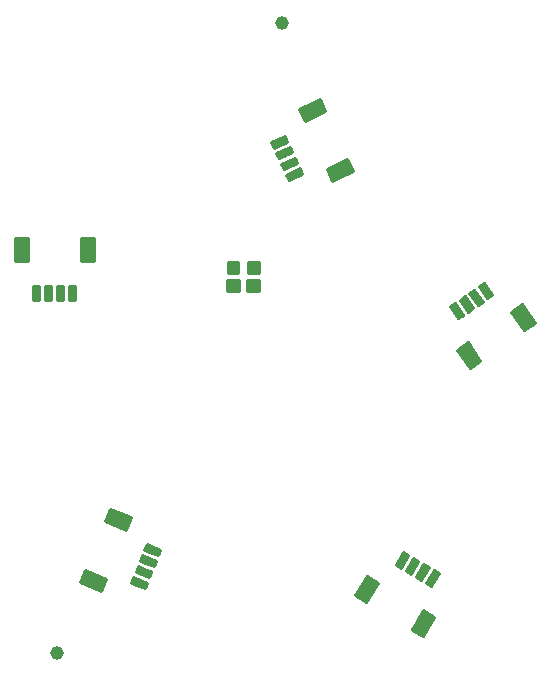
<source format=gts>
G04 EAGLE Gerber RS-274X export*
G75*
%MOMM*%
%FSLAX34Y34*%
%LPD*%
%INSoldermask Top*%
%IPPOS*%
%AMOC8*
5,1,8,0,0,1.08239X$1,22.5*%
G01*
%ADD10C,0.243431*%
%ADD11C,0.255816*%
%ADD12C,0.449434*%
%ADD13C,0.253525*%
%ADD14C,1.152400*%


D10*
X180052Y149863D02*
X184189Y160152D01*
X201900Y153031D01*
X197763Y142742D01*
X180052Y149863D01*
X192013Y145054D02*
X198693Y145054D01*
X199622Y147366D02*
X186262Y147366D01*
X180512Y149678D02*
X200552Y149678D01*
X201481Y151990D02*
X180907Y151990D01*
X181837Y154302D02*
X198739Y154302D01*
X192989Y156614D02*
X182766Y156614D01*
X183696Y158926D02*
X187238Y158926D01*
X163301Y108193D02*
X159164Y97904D01*
X163301Y108193D02*
X181012Y101072D01*
X176875Y90783D01*
X159164Y97904D01*
X171125Y93095D02*
X177805Y93095D01*
X178734Y95407D02*
X165374Y95407D01*
X159624Y97719D02*
X179664Y97719D01*
X180593Y100031D02*
X160019Y100031D01*
X160949Y102343D02*
X177851Y102343D01*
X172101Y104655D02*
X161878Y104655D01*
X162808Y106967D02*
X166350Y106967D01*
D11*
X213516Y125699D02*
X215368Y130306D01*
X226934Y125657D01*
X225082Y121050D01*
X213516Y125699D01*
X219037Y123480D02*
X226059Y123480D01*
X226305Y125910D02*
X213601Y125910D01*
X214578Y128340D02*
X220259Y128340D01*
X211638Y121027D02*
X209786Y116420D01*
X211638Y121027D02*
X223204Y116378D01*
X221352Y111771D01*
X209786Y116420D01*
X215307Y114201D02*
X222329Y114201D01*
X222575Y116631D02*
X209871Y116631D01*
X210848Y119061D02*
X216529Y119061D01*
X207908Y111749D02*
X206056Y107142D01*
X207908Y111749D02*
X219474Y107100D01*
X217622Y102493D01*
X206056Y107142D01*
X211577Y104923D02*
X218599Y104923D01*
X218845Y107353D02*
X206141Y107353D01*
X207118Y109783D02*
X212799Y109783D01*
X204178Y102470D02*
X202326Y97863D01*
X204178Y102470D02*
X215744Y97821D01*
X213892Y93214D01*
X202326Y97863D01*
X207847Y95644D02*
X214869Y95644D01*
X215115Y98074D02*
X202411Y98074D01*
X203388Y100504D02*
X209069Y100504D01*
D10*
X391864Y86907D02*
X401360Y81178D01*
X391864Y86907D02*
X401724Y103252D01*
X411220Y97523D01*
X401360Y81178D01*
X402755Y83490D02*
X397528Y83490D01*
X393696Y85802D02*
X404149Y85802D01*
X405544Y88114D02*
X392592Y88114D01*
X393987Y90426D02*
X406939Y90426D01*
X408333Y92738D02*
X395382Y92738D01*
X396776Y95050D02*
X409728Y95050D01*
X411123Y97362D02*
X398171Y97362D01*
X399566Y99674D02*
X407655Y99674D01*
X403822Y101986D02*
X400960Y101986D01*
X439815Y57981D02*
X449311Y52252D01*
X439815Y57981D02*
X449675Y74326D01*
X459171Y68597D01*
X449311Y52252D01*
X450706Y54564D02*
X445479Y54564D01*
X441647Y56876D02*
X452100Y56876D01*
X453495Y59188D02*
X440543Y59188D01*
X441938Y61500D02*
X454890Y61500D01*
X456284Y63812D02*
X443333Y63812D01*
X444727Y66124D02*
X457679Y66124D01*
X459074Y68436D02*
X446122Y68436D01*
X447517Y70748D02*
X455606Y70748D01*
X451773Y73060D02*
X448911Y73060D01*
D11*
X430563Y110349D02*
X426311Y112914D01*
X432749Y123587D01*
X437001Y121022D01*
X430563Y110349D01*
X432029Y112779D02*
X426535Y112779D01*
X427695Y115209D02*
X433495Y115209D01*
X434960Y117639D02*
X429161Y117639D01*
X430627Y120069D02*
X436426Y120069D01*
X434553Y122499D02*
X432093Y122499D01*
X434874Y107749D02*
X439126Y105184D01*
X434874Y107749D02*
X441312Y118422D01*
X445564Y115857D01*
X439126Y105184D01*
X440592Y107614D02*
X435098Y107614D01*
X436258Y110044D02*
X442058Y110044D01*
X443523Y112474D02*
X437724Y112474D01*
X439190Y114904D02*
X444989Y114904D01*
X443116Y117334D02*
X440656Y117334D01*
X443436Y102583D02*
X447688Y100018D01*
X443436Y102583D02*
X449874Y113256D01*
X454126Y110691D01*
X447688Y100018D01*
X449154Y102448D02*
X443660Y102448D01*
X444820Y104878D02*
X450620Y104878D01*
X452085Y107308D02*
X446286Y107308D01*
X447752Y109738D02*
X453551Y109738D01*
X451678Y112168D02*
X449218Y112168D01*
X451999Y97418D02*
X456251Y94853D01*
X451999Y97418D02*
X458437Y108091D01*
X462689Y105526D01*
X456251Y94853D01*
X457717Y97283D02*
X452223Y97283D01*
X453383Y99713D02*
X459183Y99713D01*
X460648Y102143D02*
X454849Y102143D01*
X456315Y104573D02*
X462114Y104573D01*
X460241Y107003D02*
X457781Y107003D01*
D10*
X488995Y279392D02*
X498113Y285706D01*
X488995Y279392D02*
X478129Y295086D01*
X487247Y301400D01*
X498113Y285706D01*
X492334Y281704D02*
X487394Y281704D01*
X485793Y284016D02*
X495672Y284016D01*
X497682Y286328D02*
X484193Y286328D01*
X482592Y288640D02*
X496082Y288640D01*
X494481Y290952D02*
X480991Y290952D01*
X479390Y293264D02*
X492880Y293264D01*
X491279Y295576D02*
X478837Y295576D01*
X482175Y297888D02*
X489679Y297888D01*
X488078Y300200D02*
X485514Y300200D01*
X535035Y311272D02*
X544153Y317586D01*
X535035Y311272D02*
X524169Y326966D01*
X533287Y333280D01*
X544153Y317586D01*
X538374Y313584D02*
X533434Y313584D01*
X531833Y315896D02*
X541712Y315896D01*
X543722Y318208D02*
X530233Y318208D01*
X528632Y320520D02*
X542122Y320520D01*
X540521Y322832D02*
X527031Y322832D01*
X525430Y325144D02*
X538920Y325144D01*
X537319Y327456D02*
X524877Y327456D01*
X528215Y329768D02*
X535719Y329768D01*
X534118Y332080D02*
X531554Y332080D01*
D11*
X483477Y324301D02*
X479394Y321474D01*
X472299Y331721D01*
X476382Y334548D01*
X483477Y324301D01*
X482904Y323904D02*
X477711Y323904D01*
X476029Y326334D02*
X482069Y326334D01*
X480387Y328764D02*
X474346Y328764D01*
X472664Y331194D02*
X478704Y331194D01*
X477022Y333624D02*
X475047Y333624D01*
X487615Y327167D02*
X491698Y329994D01*
X487615Y327167D02*
X480520Y337414D01*
X484603Y340241D01*
X491698Y329994D01*
X491125Y329597D02*
X485932Y329597D01*
X484250Y332027D02*
X490290Y332027D01*
X488608Y334457D02*
X482567Y334457D01*
X480885Y336887D02*
X486925Y336887D01*
X485243Y339317D02*
X483268Y339317D01*
X495837Y332859D02*
X499920Y335686D01*
X495837Y332859D02*
X488742Y343106D01*
X492825Y345933D01*
X499920Y335686D01*
X499347Y335289D02*
X494154Y335289D01*
X492472Y337719D02*
X498512Y337719D01*
X496830Y340149D02*
X490789Y340149D01*
X489107Y342579D02*
X495147Y342579D01*
X493465Y345009D02*
X491490Y345009D01*
X504058Y338552D02*
X508141Y341379D01*
X504058Y338552D02*
X496963Y348799D01*
X501046Y351626D01*
X508141Y341379D01*
X507568Y340982D02*
X502375Y340982D01*
X500693Y343412D02*
X506733Y343412D01*
X505051Y345842D02*
X499010Y345842D01*
X497328Y348272D02*
X503368Y348272D01*
X501686Y350702D02*
X499711Y350702D01*
D10*
X170705Y389195D02*
X159615Y389195D01*
X170705Y389195D02*
X170705Y370105D01*
X159615Y370105D01*
X159615Y389195D01*
X159615Y372417D02*
X170705Y372417D01*
X170705Y374729D02*
X159615Y374729D01*
X159615Y377041D02*
X170705Y377041D01*
X170705Y379353D02*
X159615Y379353D01*
X159615Y381665D02*
X170705Y381665D01*
X170705Y383977D02*
X159615Y383977D01*
X159615Y386289D02*
X170705Y386289D01*
X170705Y388601D02*
X159615Y388601D01*
X114705Y389195D02*
X103615Y389195D01*
X114705Y389195D02*
X114705Y370105D01*
X103615Y370105D01*
X103615Y389195D01*
X103615Y372417D02*
X114705Y372417D01*
X114705Y374729D02*
X103615Y374729D01*
X103615Y377041D02*
X114705Y377041D01*
X114705Y379353D02*
X103615Y379353D01*
X103615Y381665D02*
X114705Y381665D01*
X114705Y383977D02*
X103615Y383977D01*
X103615Y386289D02*
X114705Y386289D01*
X114705Y388601D02*
X103615Y388601D01*
D11*
X149677Y349133D02*
X154643Y349133D01*
X154643Y336667D01*
X149677Y336667D01*
X149677Y349133D01*
X149677Y339097D02*
X154643Y339097D01*
X154643Y341527D02*
X149677Y341527D01*
X149677Y343957D02*
X154643Y343957D01*
X154643Y346387D02*
X149677Y346387D01*
X149677Y348817D02*
X154643Y348817D01*
X144643Y349133D02*
X139677Y349133D01*
X144643Y349133D02*
X144643Y336667D01*
X139677Y336667D01*
X139677Y349133D01*
X139677Y339097D02*
X144643Y339097D01*
X144643Y341527D02*
X139677Y341527D01*
X139677Y343957D02*
X144643Y343957D01*
X144643Y346387D02*
X139677Y346387D01*
X139677Y348817D02*
X144643Y348817D01*
X134643Y349133D02*
X129677Y349133D01*
X134643Y349133D02*
X134643Y336667D01*
X129677Y336667D01*
X129677Y349133D01*
X129677Y339097D02*
X134643Y339097D01*
X134643Y341527D02*
X129677Y341527D01*
X129677Y343957D02*
X134643Y343957D01*
X134643Y346387D02*
X129677Y346387D01*
X129677Y348817D02*
X134643Y348817D01*
X124643Y349133D02*
X119677Y349133D01*
X124643Y349133D02*
X124643Y336667D01*
X119677Y336667D01*
X119677Y349133D01*
X119677Y339097D02*
X124643Y339097D01*
X124643Y341527D02*
X119677Y341527D01*
X119677Y343957D02*
X124643Y343957D01*
X124643Y346387D02*
X119677Y346387D01*
X119677Y348817D02*
X124643Y348817D01*
D12*
X302435Y360975D02*
X302435Y368005D01*
X309465Y368005D01*
X309465Y360975D01*
X302435Y360975D01*
X302435Y365244D02*
X309465Y365244D01*
X284895Y368005D02*
X284895Y360975D01*
X284895Y368005D02*
X291925Y368005D01*
X291925Y360975D01*
X284895Y360975D01*
X284895Y365244D02*
X291925Y365244D01*
D13*
X293675Y344755D02*
X283685Y344755D01*
X283685Y353745D01*
X293675Y353745D01*
X293675Y344755D01*
X293675Y347163D02*
X283685Y347163D01*
X283685Y349571D02*
X293675Y349571D01*
X293675Y351979D02*
X283685Y351979D01*
X300685Y344755D02*
X310675Y344755D01*
X300685Y344755D02*
X300685Y353745D01*
X310675Y353745D01*
X310675Y344755D01*
X310675Y347163D02*
X300685Y347163D01*
X300685Y349571D02*
X310675Y349571D01*
X310675Y351979D02*
X300685Y351979D01*
D14*
X139700Y38100D03*
X330200Y571500D03*
D10*
X385453Y456234D02*
X390105Y446168D01*
X372777Y438160D01*
X368125Y448226D01*
X385453Y456234D01*
X377780Y440472D02*
X371709Y440472D01*
X370640Y442784D02*
X382783Y442784D01*
X387785Y445096D02*
X369572Y445096D01*
X368503Y447408D02*
X389532Y447408D01*
X388463Y449720D02*
X371358Y449720D01*
X376361Y452032D02*
X387395Y452032D01*
X386326Y454344D02*
X381363Y454344D01*
X366616Y497004D02*
X361964Y507070D01*
X366616Y497004D02*
X349288Y488996D01*
X344636Y499062D01*
X361964Y507070D01*
X354291Y491308D02*
X348220Y491308D01*
X347151Y493620D02*
X359294Y493620D01*
X364296Y495932D02*
X346083Y495932D01*
X345014Y498244D02*
X366043Y498244D01*
X364974Y500556D02*
X347869Y500556D01*
X352872Y502868D02*
X363906Y502868D01*
X362837Y505180D02*
X357874Y505180D01*
D11*
X344918Y448451D02*
X347001Y443943D01*
X335686Y438715D01*
X333603Y443223D01*
X344918Y448451D01*
X340945Y441145D02*
X334563Y441145D01*
X334365Y443575D02*
X346205Y443575D01*
X346048Y446005D02*
X339624Y446005D01*
X344883Y448435D02*
X344925Y448435D01*
X342806Y453021D02*
X340723Y457529D01*
X342806Y453021D02*
X331491Y447793D01*
X329408Y452301D01*
X340723Y457529D01*
X336750Y450223D02*
X330368Y450223D01*
X330170Y452653D02*
X342010Y452653D01*
X341853Y455083D02*
X335429Y455083D01*
X340688Y457513D02*
X340730Y457513D01*
X338612Y462099D02*
X336529Y466607D01*
X338612Y462099D02*
X327297Y456871D01*
X325214Y461379D01*
X336529Y466607D01*
X332556Y459301D02*
X326174Y459301D01*
X325976Y461731D02*
X337816Y461731D01*
X337659Y464161D02*
X331235Y464161D01*
X336494Y466591D02*
X336536Y466591D01*
X334417Y471177D02*
X332334Y475685D01*
X334417Y471177D02*
X323102Y465949D01*
X321019Y470457D01*
X332334Y475685D01*
X328361Y468379D02*
X321979Y468379D01*
X321781Y470809D02*
X333621Y470809D01*
X333464Y473239D02*
X327040Y473239D01*
X332299Y475669D02*
X332341Y475669D01*
M02*

</source>
